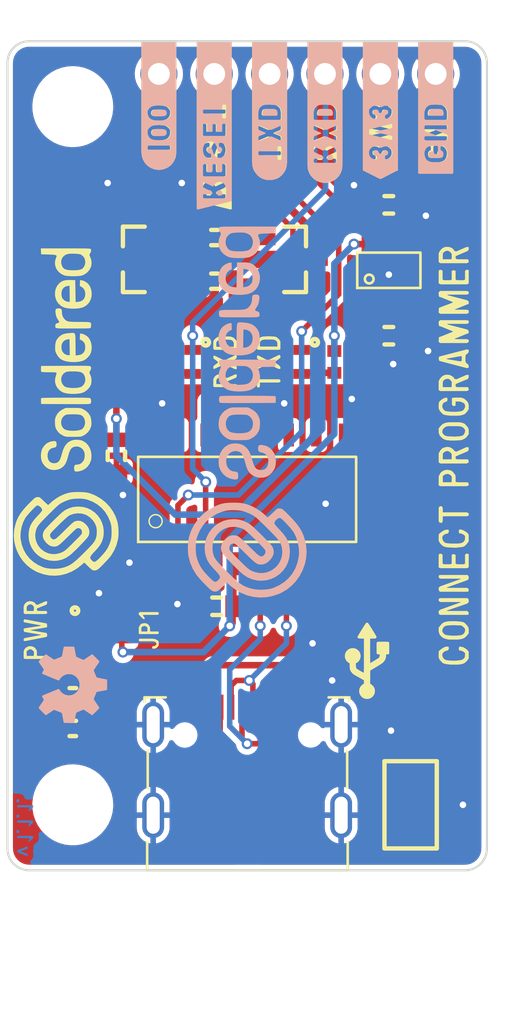
<source format=kicad_pcb>
(kicad_pcb (version 20211014) (generator pcbnew)
  (title_block (title "CONNECT programmer") (date "2021-09-07") (rev "v1.1.1.") (company "SOLDERED") (comment 1 "333073"))
  (layers (0 "F.Cu" mixed) (31 "B.Cu" signal) (34 "B.Paste" user) (35 "F.Paste" user) (36 "B.SilkS" user "B.Silkscreen") (37 "F.SilkS" user "F.Silkscreen") (38 "B.Mask" user) (39 "F.Mask" user) (44 "Edge.Cuts" user))
  (net 0 "")
  (net 1 "VUSB")
  (net 2 "GND")
  (net 3 "+3V3")
  (net 4 "TXD0")
  (net 5 "Net-(D1-Pad1)")
  (net 6 "RXD0")
  (net 7 "Net-(D2-Pad1)")
  (net 8 "Net-(D3-Pad1)")
  (net 10 "D-")
  (net 11 "D+")
  (net 12 "Net-(K1-PadB5)")
  (net 14 "Net-(K1-PadA5)")
  (net 15 "RESET")
  (net 16 "IO0")
  (net 17 "RTS")
  (net 18 "Net-(Q1-Pad1)")
  (net 19 "DTR")
  (net 20 "Net-(Q2-Pad1)")
  (net 27 "Net-(F1-Pad2)")
  (net 28 "Net-(JP1-Pad2)")
  (footprint "buzzardLabel" (layer "F.Cu") (at 102 106.7 90)
    (fp_text reference "" (at 0 0 90) (layer "F.SilkS") (effects (font (size 1.27 1.27))))
    (fp_text value "" (at 0 0 90) (layer "F.SilkS") (effects (font (size 1.27 1.27))))
  )
  (footprint "Soldered Graphics:Logo-Back-SolderedFULL-17mm" (layer "F.Cu") (at 101 109 -90)
    (fp_text reference "REF**" hide)
    (fp_text value "Logo-Front-SolderedFULL-17mm" hide)
  )
  (footprint "e-radionica.com footprinti:U262-161N-4BVC11" (layer "F.Cu") (at 101 125)
    (fp_text reference "K1")
    (fp_text value "U262-161N-4BVC11")
    (pad "" np_thru_hole circle locked (at -2.862 -1.2) (size 0.65 0.65) (drill 0.65) (layers F&B.Cu *.Mask))
    (pad "" np_thru_hole circle locked (at 2.913 -1.2) (size 0.65 0.65) (drill 0.65) (layers F&B.Cu *.Mask))
    (pad "A1" smd rect locked (at -3.337 -2.475) (size 0.3 1.15) (layers "F.Cu" "F.Paste" "F.Mask") (net 2 "GND"))
    (pad "A4" smd rect locked (at -2.537 -2.475) (size 0.3 1.15) (layers "F.Cu" "F.Paste" "F.Mask") (net 27 "Net-(F1-Pad2)"))
    (pad "A5" smd rect locked (at -1.237 -2.475) (size 0.3 1.15) (layers "F.Cu" "F.Paste" "F.Mask") (net 14 "Net-(K1-PadA5)"))
    (pad "A6" smd rect locked (at -0.237 -2.475) (size 0.3 1.15) (layers "F.Cu" "F.Paste" "F.Mask") (net 11 "D+"))
    (pad "A7" smd rect locked (at 0.263 -2.475) (size 0.3 1.15) (layers "F.Cu" "F.Paste" "F.Mask") (net 10 "D-"))
    (pad "A8" smd rect locked (at 1.263 -2.475) (size 0.3 1.15) (layers "F.Cu" "F.Paste" "F.Mask"))
    (pad "A9" smd rect locked (at 2.563 -2.475) (size 0.3 1.15) (layers "F.Cu" "F.Paste" "F.Mask") (net 27 "Net-(F1-Pad2)"))
    (pad "A12" smd rect locked (at 3.338 -2.475) (size 0.3 1.15) (layers "F.Cu" "F.Paste" "F.Mask") (net 2 "GND"))
    (pad "B1" smd rect locked (at 3.138 -2.475) (size 0.3 1.15) (layers "F.Cu" "F.Paste" "F.Mask") (net 2 "GND"))
    (pad "B4" smd rect locked (at 2.363 -2.475) (size 0.3 1.15) (layers "F.Cu" "F.Paste" "F.Mask") (net 27 "Net-(F1-Pad2)"))
    (pad "B5" smd rect locked (at 1.763 -2.475) (size 0.3 1.15) (layers "F.Cu" "F.Paste" "F.Mask") (net 12 "Net-(K1-PadB5)"))
    (pad "B6" smd rect locked (at 0.763 -2.475) (size 0.3 1.15) (layers "F.Cu" "F.Paste" "F.Mask") (net 11 "D+"))
    (pad "B7" smd rect locked (at -0.737 -2.475) (size 0.3 1.15) (layers "F.Cu" "F.Paste" "F.Mask") (net 10 "D-"))
    (pad "B8" smd rect locked (at -1.737 -2.475) (size 0.3 1.15) (layers "F.Cu" "F.Paste" "F.Mask"))
    (pad "B9" smd rect locked (at -2.337 -2.475) (size 0.3 1.15) (layers "F.Cu" "F.Paste" "F.Mask") (net 27 "Net-(F1-Pad2)"))
    (pad "B12" smd rect locked (at -3.112 -2.475) (size 0.3 1.15) (layers "F.Cu" "F.Paste" "F.Mask") (net 2 "GND"))
    (pad "SH" thru_hole oval locked (at 4.313 -1.675) (size 1 2.1) (drill oval 0.6 1.7) (layers *.Cu *.Mask) (net 2 "GND"))
    (pad "SH" thru_hole oval locked (at -4.312 -1.675) (size 1 2.1) (drill oval 0.6 1.7) (layers *.Cu *.Mask) (net 2 "GND"))
    (pad "SH" thru_hole oval locked (at 4.313 2.475) (size 1 2.1) (drill oval 0.6 1.7) (layers *.Cu *.Mask) (net 2 "GND"))
    (pad "SH" thru_hole oval locked (at -4.312 2.475) (size 1 2.1) (drill oval 0.6 1.7) (layers *.Cu *.Mask) (net 2 "GND"))
  )
  (footprint "e-radionica.com footprinti:SOT-23-5" (layer "F.Cu") (at 107.5 102.5 90)
    (fp_text reference "U2")
    (fp_text value "SE5218")
    (pad "1" smd rect locked (at -1.3 -0.95 90) (size 1.1 0.6) (layers "F.Cu" "F.Paste" "F.Mask") (net 1 "VUSB"))
    (pad "2" smd rect locked (at -1.3 0 90) (size 1.1 0.6) (layers "F.Cu" "F.Paste" "F.Mask") (net 2 "GND"))
    (pad "3" smd rect locked (at -1.3 0.95 90) (size 1.1 0.6) (layers "F.Cu" "F.Paste" "F.Mask") (net 1 "VUSB"))
    (pad "4" smd rect locked (at 1.3 0.95 90) (size 1.1 0.6) (layers "F.Cu" "F.Paste" "F.Mask"))
    (pad "5" smd rect locked (at 1.3 -0.95 90) (size 1.1 0.6) (layers "F.Cu" "F.Paste" "F.Mask") (net 3 "+3V3"))
  )
  (footprint "e-radionica.com footprinti:SOT-23-3" (layer "F.Cu") (at 96 102 180)
    (fp_text reference "Q2")
    (fp_text value "NPN-SOT-23-3")
    (pad "1" smd rect locked (at -1.2 -0.95 270) (size 0.6 1) (layers "F.Cu" "F.Paste" "F.Mask") (net 20 "Net-(Q2-Pad1)"))
    (pad "2" smd rect locked (at -1.2 0.95 270) (size 0.6 1) (layers "F.Cu" "F.Paste" "F.Mask") (net 19 "DTR"))
    (pad "3" smd rect locked (at 1.2 0 270) (size 0.6 1) (layers "F.Cu" "F.Paste" "F.Mask") (net 16 "IO0"))
  )
  (footprint "e-radionica.com footprinti:0603R" (layer "F.Cu") (at 93 123.5 180)
    (fp_text reference "R1")
    (fp_text value "5.1k")
    (pad "1" smd rect locked (at -0.775 0 270) (size 1 0.64) (layers "F.Cu" "F.Paste" "F.Mask") (net 12 "Net-(K1-PadB5)"))
    (pad "2" smd rect locked (at 0.775 0 270) (size 1 0.64) (layers "F.Cu" "F.Paste" "F.Mask") (net 2 "GND"))
  )
  (footprint "buzzardLabel" (layer "F.Cu") (at 107.11 91.6 90)
    (fp_text reference "" (at 0 0 90) (layer "F.SilkS") (effects (font (size 1.27 1.27))))
    (fp_text value "" (at 0 0 90) (layer "F.SilkS") (effects (font (size 1.27 1.27))))
  )
  (footprint "e-radionica.com footprinti:SOT-23-3" (layer "F.Cu") (at 103 102)
    (fp_text reference "Q1")
    (fp_text value "NPN-SOT-23-3")
    (pad "1" smd rect locked (at -1.2 -0.95 90) (size 0.6 1) (layers "F.Cu" "F.Paste" "F.Mask") (net 18 "Net-(Q1-Pad1)"))
    (pad "2" smd rect locked (at -1.2 0.95 90) (size 0.6 1) (layers "F.Cu" "F.Paste" "F.Mask") (net 17 "RTS"))
    (pad "3" smd rect locked (at 1.2 0 90) (size 0.6 1) (layers "F.Cu" "F.Paste" "F.Mask") (net 15 "RESET"))
  )
  (footprint "buzzardLabel" (layer "F.Cu") (at 109.65 91.6 90)
    (fp_text reference "" (at 0 0 90) (layer "F.SilkS") (effects (font (size 1.27 1.27))))
    (fp_text value "" (at 0 0 90) (layer "F.SilkS") (effects (font (size 1.27 1.27))))
  )
  (footprint "e-radionica.com footprinti:0402LED" (layer "F.Cu") (at 98.5 106.7 90)
    (fp_text reference "D2")
    (fp_text value "blue")
    (pad "1" smd rect locked (at -0.55 0 180) (size 0.75 0.45) (layers "F.Cu" "F.Paste" "F.Mask") (net 7 "Net-(D2-Pad1)"))
    (pad "2" smd rect locked (at 0.55 0 180) (size 0.75 0.45) (layers "F.Cu" "F.Paste" "F.Mask") (net 6 "RXD0"))
  )
  (footprint "Soldered Graphics:Logo-Back-OSH-3.5mm" (layer "F.Cu") (at 93 121.5 -90)
    (fp_text reference "G***" hide)
    (fp_text value "LOGO" hide)
  )
  (footprint "e-radionica.com footprinti:0402R" (layer "F.Cu") (at 97 106.7 90)
    (fp_text reference "R4")
    (fp_text value "10k")
    (pad "1" smd rect locked (at -0.5 0 180) (size 0.64 0.54) (layers "F.Cu" "F.Paste" "F.Mask") (net 7 "Net-(D2-Pad1)"))
    (pad "2" smd rect locked (at 0.5 0 180) (size 0.64 0.54) (layers "F.Cu" "F.Paste" "F.Mask") (net 3 "+3V3"))
  )
  (footprint "Soldered Graphics:Symbol-Front-USB" (layer "F.Cu") (at 106.5 120.4)
    (fp_text reference "G***" hide)
    (fp_text value "LOGO" hide)
  )
  (footprint "Soldered Graphics:Logo-Front-SolderedFULL-15mm" (layer "F.Cu") (at 92.7 109 90)
    (fp_text reference "REF**" hide)
    (fp_text value "Logo-Front-SolderedFULL-15mm" hide)
  )
  (footprint "buzzardLabel" (layer "F.Cu") (at 110.5 111 90)
    (fp_text reference "" (at 0 0 90) (layer "F.SilkS") (effects (font (size 1.27 1.27))))
    (fp_text value "" (at 0 0 90) (layer "F.SilkS") (effects (font (size 1.27 1.27))))
  )
  (footprint "e-radionica.com footprinti:0402R" (layer "F.Cu") (at 105 106.7 90)
    (fp_text reference "R3")
    (fp_text value "10k")
    (pad "1" smd rect locked (at -0.5 0 180) (size 0.64 0.54) (layers "F.Cu" "F.Paste" "F.Mask") (net 5 "Net-(D1-Pad1)"))
    (pad "2" smd rect locked (at 0.5 0 180) (size 0.64 0.54) (layers "F.Cu" "F.Paste" "F.Mask") (net 3 "+3V3"))
  )
  (footprint "e-radionica.com footprinti:HOLE_3.2mm" (layer "F.Cu") (at 93 127)
    (fp_text reference "H2" hide)
    (fp_text value "HOLE_3.2mm" hide)
    (pad "" np_thru_hole circle locked (at 0 0) (size 3.2 3.2) (drill 3.2) (layers F&B.Cu *.Mask))
  )
  (footprint "buzzardLabel" (layer "F.Cu") (at 100 106.7 90)
    (fp_text reference "" (at 0 0 90) (layer "F.SilkS") (effects (font (size 1.27 1.27))))
    (fp_text value "" (at 0 0 90) (layer "F.SilkS") (effects (font (size 1.27 1.27))))
  )
  (footprint "e-radionica.com footprinti:SMD-JUMPER-CONNECTED_TRACE_SLODERMASK" (layer "F.Cu") (at 95.25 119 90)
    (fp_text reference "JP1")
    (fp_text value "SMD-JUMPER-CONNECTED_TRACE_SLODERMASK")
    (fp_poly (pts (xy 0.1 0.1) (xy -0.1 0.1) (xy -0.1 -0.1) (xy 0.1 -0.1)) (layer "F.Cu") (width 0.1) (fill solid))
    (pad "1" smd rect (at -0.35 0 90) (size 0.5 1) (layers "F.Cu" "F.Mask") (net 3 "+3V3"))
    (pad "2" smd rect (at 0.35 0 90) (size 0.5 1) (layers "F.Cu" "F.Mask") (net 28 "Net-(JP1-Pad2)"))
  )
  (footprint "e-radionica.com footprinti:0603C" (layer "F.Cu") (at 107.5 105.5 180)
    (fp_text reference "C3")
    (fp_text value "2.2uF")
    (pad "1" smd rect locked (at -0.73 0 180) (size 0.66 1) (layers "F.Cu" "F.Paste" "F.Mask") (net 2 "GND"))
    (pad "2" smd rect locked (at 0.73 0 180) (size 0.66 1) (layers "F.Cu" "F.Paste" "F.Mask") (net 1 "VUSB"))
  )
  (footprint "e-radionica.com footprinti:0603C" (layer "F.Cu") (at 95 111 90)
    (fp_text reference "C1")
    (fp_text value "0.1uF")
    (pad "1" smd rect locked (at -0.73 0 90) (size 0.66 1) (layers "F.Cu" "F.Paste" "F.Mask") (net 2 "GND"))
    (pad "2" smd rect locked (at 0.73 0 90) (size 0.66 1) (layers "F.Cu" "F.Paste" "F.Mask") (net 3 "+3V3"))
  )
  (footprint "e-radionica.com footprinti:FIDUCIAL_23" (layer "F.Cu") (at 101 128)
    (fp_text reference "FD1")
    (fp_text value "FIDUCIAL")
    (fp_circle (center 0 0) (end 1 0) (layer "F.Cu") (width 0.2) (fill none))
    (pad "1" smd circle (at 0 0) (size 1 1) (layers "F.Cu" "F.Paste" "F.Mask") (clearance 1.1))
  )
  (footprint "e-radionica.com footprinti:0603C" (layer "F.Cu") (at 99.6 117.9 180)
    (fp_text reference "C2")
    (fp_text value "0.1uF")
    (pad "1" smd rect locked (at -0.73 0 180) (size 0.66 1) (layers "F.Cu" "F.Paste" "F.Mask") (net 3 "+3V3"))
    (pad "2" smd rect locked (at 0.73 0 180) (size 0.66 1) (layers "F.Cu" "F.Paste" "F.Mask") (net 2 "GND"))
  )
  (footprint "e-radionica.com footprinti:0402LED" (layer "F.Cu") (at 103.5 106.7 90)
    (fp_text reference "D1")
    (fp_text value "white")
    (pad "1" smd rect locked (at -0.55 0 180) (size 0.75 0.45) (layers "F.Cu" "F.Paste" "F.Mask") (net 5 "Net-(D1-Pad1)"))
    (pad "2" smd rect locked (at 0.55 0 180) (size 0.75 0.45) (layers "F.Cu" "F.Paste" "F.Mask") (net 4 "TXD0"))
  )
  (footprint "buzzardLabel" (layer "F.Cu") (at 102.03 91.6 90)
    (fp_text reference "" (at 0 0 90) (layer "F.SilkS") (effects (font (size 1.27 1.27))))
    (fp_text value "" (at 0 0 90) (layer "F.SilkS") (effects (font (size 1.27 1.27))))
  )
  (footprint "e-radionica.com footprinti:0603C" (layer "F.Cu") (at 107.5 99.5 180)
    (fp_text reference "C4")
    (fp_text value "2.2uF")
    (pad "1" smd rect locked (at -0.73 0 180) (size 0.66 1) (layers "F.Cu" "F.Paste" "F.Mask") (net 2 "GND"))
    (pad "2" smd rect locked (at 0.73 0 180) (size 0.66 1) (layers "F.Cu" "F.Paste" "F.Mask") (net 3 "+3V3"))
  )
  (footprint "e-radionica.com footprinti:0402LED" (layer "F.Cu") (at 92.5 119 90)
    (fp_text reference "D3")
    (fp_text value "purple")
    (pad "1" smd rect locked (at -0.55 0 180) (size 0.75 0.45) (layers "F.Cu" "F.Paste" "F.Mask") (net 8 "Net-(D3-Pad1)"))
    (pad "2" smd rect locked (at 0.55 0 180) (size 0.75 0.45) (layers "F.Cu" "F.Paste" "F.Mask") (net 2 "GND"))
  )
  (footprint "e-radionica.com footprinti:0603R" (layer "F.Cu") (at 93 122 180)
    (fp_text reference "R2")
    (fp_text value "5.1k")
    (pad "1" smd rect locked (at -0.775 0 270) (size 1 0.64) (layers "F.Cu" "F.Paste" "F.Mask") (net 14 "Net-(K1-PadA5)"))
    (pad "2" smd rect locked (at 0.775 0 270) (size 1 0.64) (layers "F.Cu" "F.Paste" "F.Mask") (net 2 "GND"))
  )
  (footprint "buzzardLabel" (layer "F.Cu") (at 91.3 119 90)
    (fp_text reference "" (at 0 0 90) (layer "F.SilkS") (effects (font (size 1.27 1.27))))
    (fp_text value "" (at 0 0 90) (layer "F.SilkS") (effects (font (size 1.27 1.27))))
  )
  (footprint "e-radionica.com footprinti:HOLE_3.2mm" (layer "F.Cu") (at 93 95)
    (fp_text reference "H1" hide)
    (fp_text value "HOLE_3.2mm" hide)
    (pad "" np_thru_hole circle locked (at 0 0) (size 3.2 3.2) (drill 3.2) (layers F&B.Cu *.Mask))
  )
  (footprint "e-radionica.com footprinti:0603R" (layer "F.Cu") (at 99.5 103 180)
    (fp_text reference "R7")
    (fp_text value "10k")
    (pad "1" smd rect locked (at -0.775 0 270) (size 1 0.64) (layers "F.Cu" "F.Paste" "F.Mask") (net 17 "RTS"))
    (pad "2" smd rect locked (at 0.775 0 270) (size 1 0.64) (layers "F.Cu" "F.Paste" "F.Mask") (net 20 "Net-(Q2-Pad1)"))
  )
  (footprint "buzzardLabel" (layer "F.Cu") (at 104.57 91.6 90)
    (fp_text reference "" (at 0 0 90) (layer "F.SilkS") (effects (font (size 1.27 1.27))))
    (fp_text value "" (at 0 0 90) (layer "F.SilkS") (effects (font (size 1.27 1.27))))
  )
  (footprint "buzzardLabel" (layer "F.Cu") (at 96.95 91.6 90)
    (fp_text reference "" (at 0 0 90) (layer "F.SilkS") (effects (font (size 1.27 1.27))))
    (fp_text value "" (at 0 0 90) (layer "F.SilkS") (effects (font (size 1.27 1.27))))
  )
  (footprint "e-radionica.com footprinti:0402R" (layer "F.Cu") (at 93.75 119 -90)
    (fp_text reference "R5")
    (fp_text value "2k2")
    (pad "1" smd rect locked (at -0.5 0) (size 0.64 0.54) (layers "F.Cu" "F.Paste" "F.Mask") (net 28 "Net-(JP1-Pad2)"))
    (pad "2" smd rect locked (at 0.5 0) (size 0.64 0.54) (layers "F.Cu" "F.Paste" "F.Mask") (net 8 "Net-(D3-Pad1)"))
  )
  (footprint "buzzardLabel" (layer "F.Cu") (at 96.5 119 90)
    (fp_text reference "" (at 0 0 90) (layer "F.SilkS") (effects (font (size 1.27 1.27))))
    (fp_text value "" (at 0 0 90) (layer "F.SilkS") (effects (font (size 1.27 1.27))))
  )
  (footprint "e-radionica.com footprinti:SOP-16" (layer "F.Cu") (at 101 113 90)
    (fp_text reference "U1")
    (fp_text value "CH340C")
    (pad "1" smd rect locked (at -2.95 -4.445 90) (size 1.05 0.48) (layers "F.Cu" "F.Paste" "F.Mask") (net 2 "GND"))
    (pad "2" smd rect locked (at -2.95 -3.175 90) (size 1.05 0.48) (layers "F.Cu" "F.Paste" "F.Mask") (net 4 "TXD0"))
    (pad "3" smd rect locked (at -2.95 -1.905 90) (size 1.05 0.48) (layers "F.Cu" "F.Paste" "F.Mask") (net 6 "RXD0"))
    (pad "4" smd rect locked (at -2.95 -0.635 90) (size 1.05 0.48) (layers "F.Cu" "F.Paste" "F.Mask") (net 3 "+3V3"))
    (pad "5" smd rect locked (at -2.95 0.635 90) (size 1.05 0.48) (layers "F.Cu" "F.Paste" "F.Mask") (net 11 "D+"))
    (pad "6" smd rect locked (at -2.95 1.905 90) (size 1.05 0.48) (layers "F.Cu" "F.Paste" "F.Mask") (net 10 "D-"))
    (pad "7" smd rect locked (at -2.95 3.175 90) (size 1.05 0.48) (layers "F.Cu" "F.Paste" "F.Mask"))
    (pad "8" smd rect locked (at -2.95 4.445 90) (size 1.05 0.48) (layers "F.Cu" "F.Paste" "F.Mask"))
    (pad "9" smd rect locked (at 2.95 4.445 90) (size 1.05 0.48) (layers "F.Cu" "F.Paste" "F.Mask"))
    (pad "10" smd rect locked (at 2.95 3.175 90) (size 1.05 0.48) (layers "F.Cu" "F.Paste" "F.Mask"))
    (pad "11" smd rect locked (at 2.95 1.905 90) (size 1.05 0.48) (layers "F.Cu" "F.Paste" "F.Mask"))
    (pad "12" smd rect locked (at 2.95 0.635 90) (size 1.05 0.48) (layers "F.Cu" "F.Paste" "F.Mask"))
    (pad "13" smd rect locked (at 2.95 -0.635 90) (size 1.05 0.48) (layers "F.Cu" "F.Paste" "F.Mask") (net 19 "DTR"))
    (pad "14" smd rect locked (at 2.95 -1.905 90) (size 1.05 0.48) (layers "F.Cu" "F.Paste" "F.Mask") (net 17 "RTS"))
    (pad "15" smd rect locked (at 2.95 -3.175 90) (size 1.05 0.48) (layers "F.Cu" "F.Paste" "F.Mask"))
    (pad "16" smd rect locked (at 2.95 -4.445 90) (size 1.05 0.48) (layers "F.Cu" "F.Paste" "F.Mask") (net 3 "+3V3"))
  )
  (footprint "e-radionica.com footprinti:0603R" (layer "F.Cu") (at 99.5 101)
    (fp_text reference "R6")
    (fp_text value "10k")
    (pad "1" smd rect locked (at -0.775 0 90) (size 1 0.64) (layers "F.Cu" "F.Paste" "F.Mask") (net 19 "DTR"))
    (pad "2" smd rect locked (at 0.775 0 90) (size 1 0.64) (layers "F.Cu" "F.Paste" "F.Mask") (net 18 "Net-(Q1-Pad1)"))
  )
  (footprint "e-radionica.com footprinti:1206FUSE" (layer "F.Cu") (at 108.5 127 -90)
    (fp_text reference "F1")
    (fp_text value "1206FUSE-500mA")
    (pad "1" smd rect locked (at -1.4 0 270) (size 1 2) (layers "F.Cu" "F.Paste" "F.Mask") (net 1 "VUSB"))
    (pad "2" smd rect locked (at 1.4 0 270) (size 1 2) (layers "F.Cu" "F.Paste" "F.Mask") (net 27 "Net-(F1-Pad2)"))
  )
  (footprint "buzzardLabel" (layer "F.Cu") (at 99.49 91.6 90)
    (fp_text reference "" (at 0 0 90) (layer "F.SilkS") (effects (font (size 1.27 1.27))))
    (fp_text value "" (at 0 0 90) (layer "F.SilkS") (effects (font (size 1.27 1.27))))
  )
  (footprint "buzzardLabel" (layer "B.Cu") (at 109.65 91.6 90)
    (fp_text reference "" (at 0 0 90) (layer "B.SilkS") (effects (font (size 1.27 1.27)) (justify mirror)))
    (fp_text value "" (at 0 0 90) (layer "B.SilkS") (effects (font (size 1.27 1.27)) (justify mirror)))
  )
  (footprint "buzzardLabel" (layer "B.Cu") (at 99.49 91.6 90)
    (fp_text reference "" (at 0 0 90) (layer "B.SilkS") (effects (font (size 1.27 1.27)) (justify mirror)))
    (fp_text value "" (at 0 0 90) (layer "B.SilkS") (effects (font (size 1.27 1.27)) (justify mirror)))
  )
  (footprint "buzzardLabel" (layer "B.Cu") (at 104.57 91.6 90)
    (fp_text reference "" (at 0 0 90) (layer "B.SilkS") (effects (font (size 1.27 1.27)) (justify mirror)))
    (fp_text value "" (at 0 0 90) (layer "B.SilkS") (effects (font (size 1.27 1.27)) (justify mirror)))
  )
  (footprint "buzzardLabel" (layer "B.Cu") (at 96.95 91.6 90)
    (fp_text reference "" (at 0 0 90) (layer "B.SilkS") (effects (font (size 1.27 1.27)) (justify mirror)))
    (fp_text value "" (at 0 0 90) (layer "B.SilkS") (effects (font (size 1.27 1.27)) (justify mirror)))
  )
  (footprint "Soldered Graphics:Version1.1.1." (layer "B.Cu") (at 90.8 128 90)
    (fp_text reference "REF**" hide)
    (fp_text value "Version1.1.1." hide)
    (fp_poly (pts (xy 0.21 -0.35) (xy 0.26 -0.35) (xy 0.28 -0.31) (xy 0.28 0.35) (xy 0.24 0.38) (xy 0.19 0.38) (xy 0.15 0.34) (xy 0.04 0.22) (xy 0.02 0.17) (xy 0.05 0.16) (xy 0.14 0.22) (xy 0.18 0.23) (xy 0.18 -0.31) (xy 0.21 -0.35)) (layer "B.Cu") (width 0.01) (fill solid))
    (fp_poly (pts (xy 1.14 -0.38) (xy 1.19 -0.38) (xy 1.24 -0.37) (xy 1.25 -0.33) (xy 1.25 -0.27) (xy 1.2 -0.26) (xy 1.15 -0.26) (xy 1.12 -0.29) (xy 1.12 -0.34) (xy 1.14 -0.38)) (layer "B.Cu") (width 0.01) (fill solid))
    (fp_poly (pts (xy -0.27 -0.38) (xy -0.22 -0.38) (xy -0.17 -0.37) (xy -0.16 -0.33) (xy -0.16 -0.27) (xy -0.21 -0.26) (xy -0.26 -0.26) (xy -0.29 -0.29) (xy -0.29 -0.34) (xy -0.27 -0.38)) (layer "B.Cu") (width 0.01) (fill solid))
    (fp_poly (pts (xy -1.15 -0.35) (xy -1.1 -0.35) (xy -1.07 -0.31) (xy -0.92 0.1) (xy -0.94 0.13) (xy -0.99 0.13) (xy -1.02 0.1) (xy -1.11 -0.16) (xy -1.13 -0.21) (xy -1.15 -0.17) (xy -1.24 0.09) (xy -1.26 0.13) (xy -1.32 0.13) (xy -1.34 0.1) (xy -1.18 -0.31) (xy -1.15 -0.35)) (layer "B.Cu") (width 0.01) (fill solid))
    (fp_poly (pts (xy -0.5 -0.35) (xy -0.44 -0.35) (xy -0.43 -0.31) (xy -0.43 0.35) (xy -0.46 0.38) (xy -0.52 0.38) (xy -0.55 0.34) (xy -0.67 0.22) (xy -0.68 0.17) (xy -0.65 0.16) (xy -0.56 0.22) (xy -0.52 0.23) (xy -0.52 -0.31) (xy -0.5 -0.35)) (layer "B.Cu") (width 0.01) (fill solid))
    (fp_poly (pts (xy 0.43 -0.38) (xy 0.48 -0.38) (xy 0.54 -0.37) (xy 0.54 -0.33) (xy 0.54 -0.27) (xy 0.5 -0.26) (xy 0.45 -0.26) (xy 0.42 -0.29) (xy 0.42 -0.34) (xy 0.43 -0.38)) (layer "B.Cu") (width 0.01) (fill solid))
    (fp_poly (pts (xy 0.91 -0.35) (xy 0.96 -0.35) (xy 0.98 -0.31) (xy 0.98 0.35) (xy 0.95 0.38) (xy 0.89 0.38) (xy 0.86 0.34) (xy 0.74 0.22) (xy 0.73 0.17) (xy 0.76 0.16) (xy 0.85 0.22) (xy 0.89 0.23) (xy 0.89 -0.31) (xy 0.91 -0.35)) (layer "B.Cu") (width 0.01) (fill solid))
  )
  (footprint "buzzardLabel" (layer "B.Cu") (at 102.03 91.6 90)
    (fp_text reference "" (at 0 0 90) (layer "B.SilkS") (effects (font (size 1.27 1.27)) (justify mirror)))
    (fp_text value "" (at 0 0 90) (layer "B.SilkS") (effects (font (size 1.27 1.27)) (justify mirror)))
  )
  (footprint "e-radionica.com footprinti:HEADER_MALE_6X1" (layer "B.Cu") (at 103.3 93.5 180)
    (fp_text reference "K2")
    (fp_text value "NOVA_programmer_header")
    (pad "1" thru_hole circle locked (at -6.35 0 180) (size 1.7 1.7) (drill 1) (layers *.Cu *.Mask) (net 2 "GND"))
    (pad "2" thru_hole circle locked (at -3.81 0 180) (size 1.7 1.7) (drill 1) (layers *.Cu *.Mask) (net 3 "+3V3"))
    (pad "3" thru_hole circle locked (at -1.27 0 180) (size 1.7 1.7) (drill 1) (layers *.Cu *.Mask) (net 6 "RXD0"))
    (pad "4" thru_hole circle locked (at 1.27 0 180) (size 1.7 1.7) (drill 1) (layers *.Cu *.Mask) (net 4 "TXD0"))
    (pad "5" thru_hole circle locked (at 3.81 0 180) (size 1.7 1.7) (drill 1) (layers *.Cu *.Mask) (net 15 "RESET"))
    (pad "6" thru_hole circle locked (at 6.35 0 180) (size 1.7 1.7) (drill 1) (layers *.Cu *.Mask) (net 16 "IO0"))
  )
  (footprint "buzzardLabel" (layer "B.Cu") (at 107.11 91.6 90)
    (fp_text reference "" (at 0 0 90) (layer "B.SilkS") (effects (font (size 1.27 1.27)) (justify mirror)))
    (fp_text value "" (at 0 0 90) (layer "B.SilkS") (effects (font (size 1.27 1.27)) (justify mirror)))
  )
  (gr_arc (start 112 129) (mid 111.707107 129.707107) (end 111 130) (layer "Edge.Cuts") (width 0.1))
  (gr_arc (start 111 92) (mid 111.707107 92.292893) (end 112 93) (layer "Edge.Cuts") (width 0.1))
  (gr_line (start 111 92) (end 91 92) (layer "Edge.Cuts") (width 0.1))
  (gr_line (start 91 130) (end 111 130) (layer "Edge.Cuts") (width 0.1))
  (gr_line (start 90 93) (end 90 129) (layer "Edge.Cuts") (width 0.1))
  (gr_arc (start 91 130) (mid 90.292893 129.707107) (end 90 129) (layer "Edge.Cuts") (width 0.1))
  (gr_arc (start 90 93) (mid 90.292893 92.292893) (end 91 92) (layer "Edge.Cuts") (width 0.1))
  (gr_line (start 112 129) (end 112 93) (layer "Edge.Cuts") (width 0.1))
  (segment (start 108.45 102.55) (end 107.8 101.9) (width 0.254) (layer "F.Cu") (net 1))
  (segment (start 108.5 125.6) (end 108.5 120) (width 0.3) (layer "F.Cu") (net 1))
  (segment (start 106.55 103.6) (end 106.55 104.78) (width 0.3) (layer "F.Cu") (net 1))
  (segment (start 106.55 104.78) (end 106.77 105) (width 0.3) (layer "F.Cu") (net 1))
  (segment (start 106.55 102.55) (end 106.55 103.6) (width 0.254) (layer "F.Cu") (net 1))
  (segment (start 107.2 101.9) (end 106.55 102.55) (width 0.254) (layer "F.Cu") (net 1))
  (segment (start 108.45 103.6) (end 108.45 102.55) (width 0.254) (layer "F.Cu") (net 1))
  (segment (start 107.8 101.9) (end 107.2 101.9) (width 0.254) (layer "F.Cu") (net 1))
  (segment (start 107.85 119.35) (end 106.77 118.27) (width 0.3) (layer "F.Cu") (net 1))
  (segment (start 106.77 118.27) (end 106.77 105) (width 0.3) (layer "F.Cu") (net 1))
  (segment (start 108.5 120) (end 108 119.5) (width 0.3) (layer "F.Cu") (net 1))
  (segment (start 108 119.5) (end 107.85 119.35) (width 0.3) (layer "F.Cu") (net 1))
  (via (at 97.1 108.6) (size 0.5) (drill 0.3) (layers "F.Cu" "B.Cu") (net 2))
  (via (at 104 119.6) (size 0.5) (drill 0.3) (layers "F.Cu" "B.Cu") (net 2))
  (via (at 105.8 108.4) (size 0.5) (drill 0.3) (layers "F.Cu" "B.Cu") (net 2))
  (via (at 105.9 98.6) (size 0.5) (drill 0.3) (layers "F.Cu" "B.Cu") (net 2))
  (via (at 104.9 121.3) (size 0.5) (drill 0.3) (layers "F.Cu" "B.Cu") (net 2))
  (via (at 94.6 98.5) (size 0.5) (drill 0.3) (layers "F.Cu" "B.Cu") (net 2))
  (via (at 109.3 106.2) (size 0.5) (drill 0.3) (layers "F.Cu" "B.Cu") (net 2))
  (via (at 94.2 117.3) (size 0.5) (drill 0.3) (layers "F.Cu" "B.Cu") (net 2))
  (via (at 97.8 117.8) (size 0.5) (drill 0.3) (layers "F.Cu" "B.Cu") (net 2))
  (via (at 107.6 123.6) (size 0.5) (drill 0.3) (layers "F.Cu" "B.Cu") (net 2))
  (via (at 102.7 108.6) (size 0.5) (drill 0.3) (layers "F.Cu" "B.Cu") (net 2))
  (via (at 107.7 106.8) (size 0.5) (drill 0.3) (layers "F.Cu" "B.Cu") (net 2))
  (via (at 104.6 113.2) (size 0.5) (drill 0.3) (layers "F.Cu" "B.Cu") (net 2))
  (via (at 107.5 102.7) (size 0.5) (drill 0.3) (layers "F.Cu" "B.Cu") (net 2))
  (via (at 110.9 127) (size 0.5) (drill 0.3) (layers "F.Cu" "B.Cu") (net 2))
  (via (at 98 98.5) (size 0.5) (drill 0.3) (layers "F.Cu" "B.Cu") (net 2))
  (via (at 109.2 100) (size 0.5) (drill 0.3) (layers "F.Cu" "B.Cu") (net 2))
  (via (at 95.6 115.9) (size 0.5) (drill 0.3) (layers "F.Cu" "B.Cu") (net 2))
  (via (at 95.3 112.8) (size 0.5) (drill 0.3) (layers "F.Cu" "B.Cu") (net 2))
  (segment (start 107.11 97.89) (end 106.77 98.23) (width 0.254) (layer "F.Cu") (net 3))
  (segment (start 106.77 98.23) (end 106.77 100) (width 0.254) (layer "F.Cu") (net 3))
  (segment (start 95.25 119.95) (end 95.25 119.35) (width 0.254) (layer "F.Cu") (net 3))
  (segment (start 105 106.2) (end 105 105.5) (width 0.3) (layer "F.Cu") (net 3))
  (segment (start 100.33 118.67) (end 100.2 118.8) (width 0.3) (layer "F.Cu") (net 3))
  (segment (start 106.77 100) (end 106.77 101.18) (width 0.3) (layer "F.Cu") (net 3))
  (segment (start 100.33 117.9) (end 100.33 118.67) (width 0.3) (layer "F.Cu") (net 3))
  (segment (start 96.555 110.05) (end 95.95 110.05) (width 0.3) (layer "F.Cu") (net 3))
  (segment (start 95.73 110.27) (end 95 110.27) (width 0.3) (layer "F.Cu") (net 3))
  (segment (start 95.95 110.05) (end 95.73 110.27) (width 0.3) (layer "F.Cu") (net 3))
  (segment (start 107.11 93.5) (end 107.11 97.89) (width 0.254) (layer "F.Cu") (net 3))
  (segment (start 96.3 106.2) (end 97 106.2) (width 0.3) (layer "F.Cu") (net 3))
  (segment (start 100.365 117.865) (end 100.33 117.9) (width 0.3) (layer "F.Cu") (net 3))
  (segment (start 95 107.5) (end 96.3 106.2) (width 0.3) (layer "F.Cu") (net 3))
  (segment (start 95 109.3) (end 95 110.27) (width 0.3) (layer "F.Cu") (net 3))
  (segment (start 105.9 101.3) (end 106.45 101.3) (width 0.3) (layer "F.Cu") (net 3))
  (segment (start 95 109.3) (end 95 107.5) (width 0.3) (layer "F.Cu") (net 3))
  (segment (start 95.3 120) (end 95.25 119.95) (width 0.254) (layer "F.Cu") (net 3))
  (segment (start 100.365 115.95) (end 100.365 117.865) (width 0.3) (layer "F.Cu") (net 3))
  (segment (start 106.77 101.18) (end 106.55 101.4) (width 0.3) (layer "F.Cu") (net 3))
  (segment (start 106.45 101.3) (end 106.55 101.4) (width 0.3) (layer "F.Cu") (net 3))
  (via (at 105 105.5) (size 0.5) (drill 0.3) (layers "F.Cu" "B.Cu") (net 3))
  (via (at 95.3 120) (size 0.5) (drill 0.3) (layers "F.Cu" "B.Cu") (net 3))
  (via (at 105.9 101.3) (size 0.5) (drill 0.3) (layers "F.Cu" "B.Cu") (net 3))
  (via (at 100.2 118.8) (size 0.5) (drill 0.3) (layers "F.Cu" "B.Cu") (net 3))
  (via (at 95 109.3) (size 0.5) (drill 0.3) (layers "F.Cu" "B.Cu") (net 3))
  (segment (start 95 111) (end 95 109.3) (width 0.3) (layer "B.Cu") (net 3))
  (segment (start 95.3 120) (end 99 120) (width 0.3) (layer "B.Cu") (net 3))
  (segment (start 97.7 113.7) (end 96.8 112.8) (width 0.3) (layer "B.Cu") (net 3))
  (segment (start 105 110) (end 101.3 113.7) (width 0.3) (layer "B.Cu") (net 3))
  (segment (start 105 105.5) (end 105 102.2) (width 0.3) (layer "B.Cu") (net 3))
  (segment (start 105 102.2) (end 105.9 101.3) (width 0.3) (layer "B.Cu") (net 3))
  (segment (start 101.3 113.7) (end 97.7 113.7) (width 0.3) (layer "B.Cu") (net 3))
  (segment (start 96.8 112.8) (end 95 111) (width 0.3) (layer "B.Cu") (net 3))
  (segment (start 100.2 114.8) (end 101.3 113.7) (width 0.3) (layer "B.Cu") (net 3))
  (segment (start 99 120) (end 100.2 118.8) (width 0.3) (layer "B.Cu") (net 3))
  (segment (start 105 105.5) (end 105 110) (width 0.3) (layer "B.Cu") (net 3))
  (segment (start 100.2 118.8) (end 100.2 114.8) (width 0.3) (layer "B.Cu") (net 3))
  (segment (start 103.5 105.3) (end 105.2 103.6) (width 0.254) (layer "F.Cu") (net 4))
  (segment (start 102.03 96.23) (end 102.03 93.5) (width 0.254) (layer "F.Cu") (net 4))
  (segment (start 97.825 113.275) (end 97.825 115.95) (width 0.254) (layer "F.Cu") (net 4))
  (segment (start 103.5 105.3) (end 103.5 106.15) (width 0.254) (layer "F.Cu") (net 4))
  (segment (start 105.2 103.6) (end 105.2 99.4) (width 0.254) (layer "F.Cu") (net 4))
  (segment (start 98.3 112.8) (end 97.825 113.275) (width 0.254) (layer "F.Cu") (net 4))
  (segment (start 105.2 99.4) (end 102.03 96.23) (width 0.254) (layer "F.Cu") (net 4))
  (via (at 103.5 105.3) (size 0.5) (drill 0.3) (layers "F.Cu" "B.Cu") (net 4))
  (via (at 98.3 112.8) (size 0.5) (drill 0.3) (layers "F.Cu" "B.Cu") (net 4))
  (segment (start 98.3 112.8) (end 100.6 112.8) (width 0.254) (layer "B.Cu") (net 4))
  (segment (start 100.6 112.8) (end 103.5 109.9) (width 0.254) (layer "B.Cu") (net 4))
  (segment (start 103.5 109.9) (end 103.5 105.3) (width 0.254) (layer "B.Cu") (net 4))
  (segment (start 103.55 107.2) (end 103.5 107.25) (width 0.25) (layer "F.Cu") (net 5))
  (segment (start 105 107.2) (end 103.55 107.2) (width 0.3) (layer "F.Cu") (net 5))
  (segment (start 99.1 112.2) (end 99.095 112.205) (width 0.254) (layer "F.Cu") (net 6))
  (segment (start 98.5 105.5) (end 98.5 106.15) (width 0.254) (layer "F.Cu") (net 6))
  (segment (start 99.095 112.205) (end 99.095 115.95) (width 0.254) (layer "F.Cu") (net 6))
  (via (at 98.5 105.5) (size 0.5) (drill 0.3) (layers "F.Cu" "B.Cu") (net 6))
  (via (at 99.1 112.2) (size 0.5) (drill 0.3) (layers "F.Cu" "B.Cu") (net 6))
  (segment (start 104.6 98.8) (end 104.6 93.53) (width 0.254) (layer "B.Cu") (net 6))
  (segment (start 98.5 104.9) (end 104.6 98.8) (width 0.254) (layer "B.Cu") (net 6))
  (segment (start 98.5 105.5) (end 98.5 104.9) (width 0.254) (layer "B.Cu") (net 6))
  (segment (start 98.5 111.6) (end 98.5 105.5) (width 0.254) (layer "B.Cu") (net 6))
  (segment (start 104.6 93.53) (end 104.57 93.5) (width 0.254) (layer "B.Cu") (net 6))
  (segment (start 99.1 112.2) (end 98.5 111.6) (width 0.254) (layer "B.Cu") (net 6))
  (segment (start 97 107.2) (end 98.45 107.2) (width 0.3) (layer "F.Cu") (net 7))
  (segment (start 98.45 107.2) (end 98.5 107.25) (width 0.25) (layer "F.Cu") (net 7))
  (segment (start 93.7 119.55) (end 93.75 119.5) (width 0.25) (layer "F.Cu") (net 8))
  (segment (start 92.5 119.55) (end 93.7 119.55) (width 0.25) (layer "F.Cu") (net 8))
  (segment (start 101.1 121.3) (end 101.263 121.463) (width 0.254) (layer "F.Cu") (net 10))
  (segment (start 100.263 122.525) (end 100.263 121.537) (width 0.254) (layer "F.Cu") (net 10))
  (segment (start 100.263 121.537) (end 100.5 121.3) (width 0.254) (layer "F.Cu") (net 10))
  (segment (start 100.5 121.3) (end 101.1 121.3) (width 0.254) (layer "F.Cu") (net 10))
  (segment (start 101.263 121.463) (end 101.263 122.525) (width 0.254) (layer "F.Cu") (net 10))
  (segment (start 102.8 118.8) (end 102.8 116.055) (width 0.254) (layer "F.Cu") (net 10))
  (segment (start 102.8 116.055) (end 102.905 115.95) (width 0.254) (layer "F.Cu") (net 10))
  (via (at 102.8 118.8) (size 0.5) (drill 0.3) (layers "F.Cu" "B.Cu") (net 10))
  (via (at 101.1 121.3) (size 0.5) (drill 0.3) (layers "F.Cu" "B.Cu") (net 10))
  (segment (start 102.8 119.6) (end 101.1 121.3) (width 0.254) (layer "B.Cu") (net 10))
  (segment (start 102.8 118.8) (end 102.8 119.6) (width 0.254) (layer "B.Cu") (net 10))
  (segment (start 101.6 115.985) (end 101.635 115.95) (width 0.254) (layer "F.Cu") (net 11))
  (segment (start 101.6 118.8) (end 101.6 115.985) (width 0.254) (layer "F.Cu") (net 11))
  (segment (start 101.763 123.937) (end 101.5 124.2) (width 0.254) (layer "F.Cu") (net 11))
  (segment (start 101.5 124.2) (end 101 124.2) (width 0.254) (layer "F.Cu") (net 11))
  (segment (start 101.763 122.525) (end 101.763 123.937) (width 0.254) (layer "F.Cu") (net 11))
  (segment (start 101 124.2) (end 100.763 123.963) (width 0.254) (layer "F.Cu") (net 11))
  (segment (start 100.763 123.963) (end 100.763 122.525) (width 0.254) (layer "F.Cu") (net 11))
  (via (at 101 124.2) (size 0.5) (drill 0.3) (layers "F.Cu" "B.Cu") (net 11))
  (via (at 101.6 118.8) (size 0.5) (drill 0.3) (layers "F.Cu" "B.Cu") (net 11))
  (segment (start 101.6 118.8) (end 101.6 119.4) (width 0.254) (layer "B.Cu") (net 11))
  (segment (start 100.2 123.4) (end 101 124.2) (width 0.254) (layer "B.Cu") (net 11))
  (segment (start 101.6 119.4) (end 100.2 120.8) (width 0.254) (layer "B.Cu") (net 11))
  (segment (start 100.2 120.8) (end 100.2 123.4) (width 0.254) (layer "B.Cu") (net 11))
  (segment (start 101.8 125.7) (end 102.763 124.737) (width 0.25) (layer "F.Cu") (net 12))
  (segment (start 102.8 122.562) (end 102.763 122.525) (width 0.25) (layer "F.Cu") (net 12))
  (segment (start 93.775 123.675) (end 95.8 125.7) (width 0.25) (layer "F.Cu") (net 12))
  (segment (start 93.775 123.5) (end 93.775 123.675) (width 0.25) (layer "F.Cu") (net 12))
  (segment (start 102.763 124.737) (end 102.763 122.525) (width 0.25) (layer "F.Cu") (net 12))
  (segment (start 95.8 125.7) (end 101.8 125.7) (width 0.25) (layer "F.Cu") (net 12))
  (segment (start 95.2 124.4) (end 96 125.2) (width 0.25) (layer "F.Cu") (net 14))
  (segment (start 96 125.2) (end 99 125.2) (width 0.25) (layer "F.Cu") (net 14))
  (segment (start 95.2 122.9) (end 95.2 124.4) (width 0.25) (layer "F.Cu") (net 14))
  (segment (start 99 125.2) (end 99.763 124.437) (width 0.25) (layer "F.Cu") (net 14))
  (segment (start 99.763 124.437) (end 99.763 122.525) (width 0.25) (layer "F.Cu") (net 14))
  (segment (start 93.775 122) (end 94.3 122) (width 0.25) (layer "F.Cu") (net 14))
  (segment (start 94.3 122) (end 95.2 122.9) (width 0.25) (layer "F.Cu") (net 14))
  (segment (start 104.2 102) (end 104.2 100.1) (width 0.25) (layer "F.Cu") (net 15))
  (segment (start 99.49 95.39) (end 99.49 93.5) (width 0.25) (layer "F.Cu") (net 15))
  (segment (start 104.2 100.1) (end 99.49 95.39) (width 0.25) (layer "F.Cu") (net 15))
  (segment (start 94.8 100.5) (end 96.95 98.35) (width 0.25) (layer "F.Cu") (net 16))
  (segment (start 94.8 102) (end 94.8 100.5) (width 0.25) (layer "F.Cu") (net 16))
  (segment (start 96.95 98.35) (end 96.95 93.5) (width 0.25) (layer "F.Cu") (net 16))
  (segment (start 100.275 107.325) (end 100.275 103) (width 0.254) (layer "F.Cu") (net 17))
  (segment (start 101.75 103) (end 101.8 102.95) (width 0.254) (layer "F.Cu") (net 17))
  (segment (start 100.275 103) (end 101.75 103) (width 0.254) (layer "F.Cu") (net 17))
  (segment (start 99.095 110.05) (end 99.095 108.505) (width 0.254) (layer "F.Cu") (net 17))
  (segment (start 99.095 108.505) (end 100.275 107.325) (width 0.254) (layer "F.Cu") (net 17))
  (segment (start 101.75 101) (end 101.8 101.05) (width 0.25) (layer "F.Cu") (net 18))
  (segment (start 100.275 101) (end 101.75 101) (width 0.25) (layer "F.Cu") (net 18))
  (segment (start 101.2 105.7) (end 103.1 103.8) (width 0.25) (layer "F.Cu") (net 19))
  (segment (start 102 99.5) (end 99.4 99.5) (width 0.25) (layer "F.Cu") (net 19))
  (segment (start 101.2 107.8) (end 101.2 105.7) (width 0.25) (layer "F.Cu") (net 19))
  (segment (start 100.365 110.05) (end 100.365 108.635) (width 0.25) (layer "F.Cu") (net 19))
  (segment (start 103.1 100.6) (end 102 99.5) (width 0.25) (layer "F.Cu") (net 19))
  (segment (start 103.1 103.8) (end 103.1 100.6) (width 0.25) (layer "F.Cu") (net 19))
  (segment (start 97.25 101) (end 97.2 101.05) (width 0.25) (layer "F.Cu") (net 19))
  (segment (start 98.725 100.175) (end 98.725 101) (width 0.25) (layer "F.Cu") (net 19))
  (segment (start 98.725 101) (end 97.25 101) (width 0.25) (layer "F.Cu") (net 19))
  (segment (start 100.365 108.635) (end 101.2 107.8) (width 0.25) (layer "F.Cu") (net 19))
  (segment (start 99.4 99.5) (end 98.725 100.175) (width 0.25) (layer "F.Cu") (net 19))
  (segment (start 98.675 102.95) (end 98.725 103) (width 0.25) (layer "F.Cu") (net 20))
  (segment (start 97.2 102.95) (end 98.675 102.95) (width 0.25) (layer "F.Cu") (net 20))
  (segment (start 99.4 120.6) (end 102.8 120.6) (width 0.3) (layer "F.Cu") (net 27))
  (segment (start 105.7 120.6) (end 106.7 121.6) (width 0.3) (layer "F.Cu") (net 27))
  (segment (start 104.1 120.6) (end 105.7 120.6) (width 0.3) (layer "F.Cu") (net 27))
  (segment (start 98.663 121.337) (end 99.4 120.6) (width 0.3) (layer "F.Cu") (net 27))
  (segment (start 106.7 126.6) (end 108.5 128.4) (width 0.3) (layer "F.Cu") (net 27))
  (segment (start 103.563 122.525) (end 103.563 121.137) (width 0.3) (layer "F.Cu") (net 27))
  (segment (start 106.7 121.6) (end 106.7 126.6) (width 0.3) (layer "F.Cu") (net 27))
  (segment (start 103.563 121.137) (end 104.1 120.6) (width 0.3) (layer "F.Cu") (net 27))
  (segment (start 104.1 120.6) (end 103.8 120.6) (width 0.3) (layer "F.Cu") (net 27))
  (segment (start 103.8 120.6) (end 102.8 120.6) (width 0.3) (layer "F.Cu") (net 27))
  (segment (start 98.663 122.525) (end 98.663 121.337) (width 0.3) (layer "F.Cu") (net 27))
  (segment (start 93.75 118.5) (end 95.1 118.5) (width 0.25) (layer "F.Cu") (net 28))
  (segment (start 95.1 118.5) (end 95.25 118.65) (width 0.25) (layer "F.Cu") (net 28))
  (zone (net 2) (net_name "GND") (layers F&B.Cu) (connect_pads (clearance 0.254)) (min_thickness 0.254) (fill yes (thermal_gap 0.254) (thermal_bridge_width 0.254))
    (polygon (pts (xy 112 130) (xy 90 130) (xy 90 92) (xy 112 92)))
  )
)
</source>
